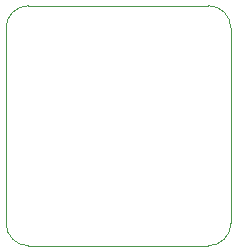
<source format=gm1>
G04 #@! TF.GenerationSoftware,KiCad,Pcbnew,6.0.4-6f826c9f35~116~ubuntu20.04.1*
G04 #@! TF.CreationDate,2022-05-16T21:54:43-06:00*
G04 #@! TF.ProjectId,phototransistor-circuit,70686f74-6f74-4726-916e-736973746f72,rev?*
G04 #@! TF.SameCoordinates,Original*
G04 #@! TF.FileFunction,Profile,NP*
%FSLAX46Y46*%
G04 Gerber Fmt 4.6, Leading zero omitted, Abs format (unit mm)*
G04 Created by KiCad (PCBNEW 6.0.4-6f826c9f35~116~ubuntu20.04.1) date 2022-05-16 21:54:43*
%MOMM*%
%LPD*%
G01*
G04 APERTURE LIST*
G04 #@! TA.AperFunction,Profile*
%ADD10C,0.050000*%
G04 #@! TD*
G04 APERTURE END LIST*
D10*
X81280000Y-68580000D02*
X96520000Y-68580000D01*
X96520000Y-88900000D02*
G75*
G03*
X98425000Y-86995000I0J1905000D01*
G01*
X79375000Y-70485000D02*
X79375000Y-86995000D01*
X79375000Y-86995000D02*
G75*
G03*
X81280000Y-88900000I1905000J0D01*
G01*
X81280000Y-88900000D02*
X96520000Y-88900000D01*
X98425000Y-86995000D02*
X98425000Y-70485000D01*
X98425000Y-70485000D02*
G75*
G03*
X96520000Y-68580000I-1905000J0D01*
G01*
X81280000Y-68580000D02*
G75*
G03*
X79375000Y-70485000I0J-1905000D01*
G01*
M02*

</source>
